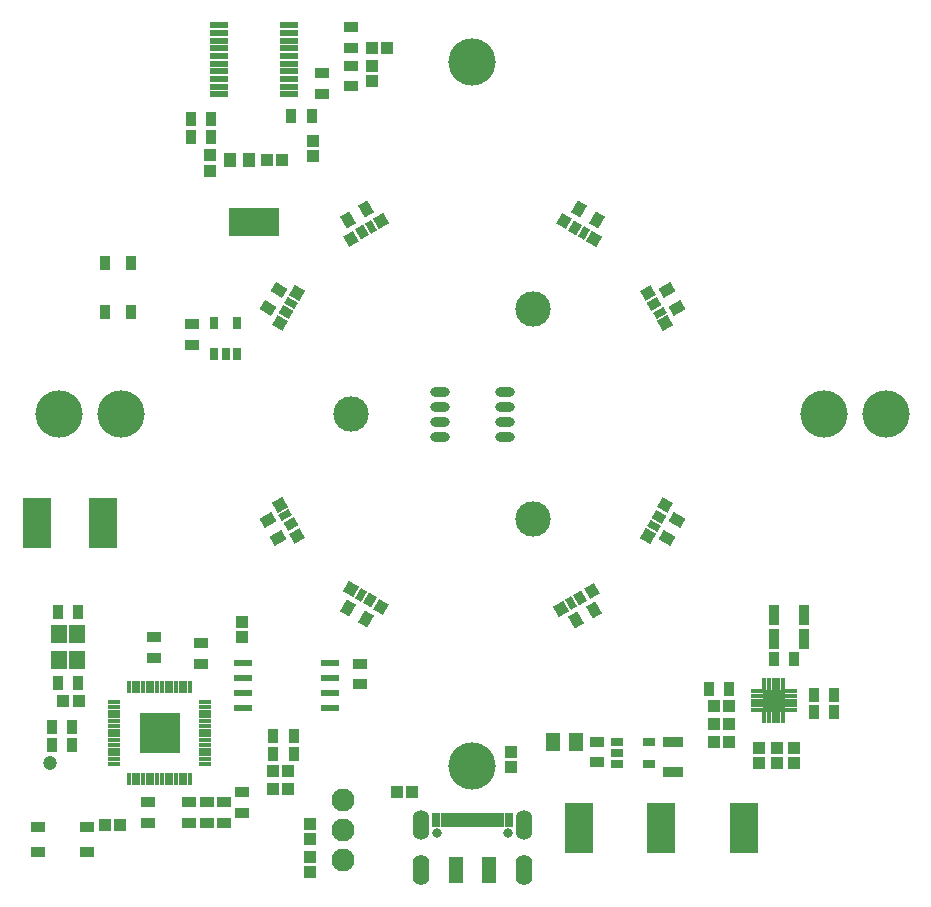
<source format=gts>
G04*
G04 #@! TF.GenerationSoftware,Altium Limited,Altium Designer,23.2.1 (34)*
G04*
G04 Layer_Color=8388736*
%FSLAX25Y25*%
%MOIN*%
G70*
G04*
G04 #@! TF.SameCoordinates,70F68BD7-EFF2-48EA-8D55-AD0B0ECCAA1F*
G04*
G04*
G04 #@! TF.FilePolarity,Negative*
G04*
G01*
G75*
%ADD30R,0.05956X0.02097*%
%ADD67R,0.04934X0.03359*%
%ADD68R,0.04737X0.08674*%
%ADD69R,0.01863X0.04737*%
%ADD70R,0.02847X0.04737*%
G04:AMPARAMS|DCode=71|XSize=37.53mil|YSize=39.5mil|CornerRadius=0mil|HoleSize=0mil|Usage=FLASHONLY|Rotation=120.000|XOffset=0mil|YOffset=0mil|HoleType=Round|Shape=Rectangle|*
%AMROTATEDRECTD71*
4,1,4,0.02648,-0.00638,-0.00772,-0.02612,-0.02648,0.00638,0.00772,0.02612,0.02648,-0.00638,0.0*
%
%ADD71ROTATEDRECTD71*%

G04:AMPARAMS|DCode=72|XSize=31.62mil|YSize=39.5mil|CornerRadius=0mil|HoleSize=0mil|Usage=FLASHONLY|Rotation=120.000|XOffset=0mil|YOffset=0mil|HoleType=Round|Shape=Rectangle|*
%AMROTATEDRECTD72*
4,1,4,0.02501,-0.00382,-0.00920,-0.02357,-0.02501,0.00382,0.00920,0.02357,0.02501,-0.00382,0.0*
%
%ADD72ROTATEDRECTD72*%

G04:AMPARAMS|DCode=73|XSize=23.75mil|YSize=39.5mil|CornerRadius=0mil|HoleSize=0mil|Usage=FLASHONLY|Rotation=120.000|XOffset=0mil|YOffset=0mil|HoleType=Round|Shape=Rectangle|*
%AMROTATEDRECTD73*
4,1,4,0.02304,-0.00041,-0.01116,-0.02016,-0.02304,0.00041,0.01116,0.02016,0.02304,-0.00041,0.0*
%
%ADD73ROTATEDRECTD73*%

%ADD74P,0.05586X4X165.0*%
G04:AMPARAMS|DCode=75|XSize=45.4mil|YSize=35.56mil|CornerRadius=0mil|HoleSize=0mil|Usage=FLASHONLY|Rotation=210.000|XOffset=0mil|YOffset=0mil|HoleType=Round|Shape=Rectangle|*
%AMROTATEDRECTD75*
4,1,4,0.01077,0.02675,0.02855,-0.00405,-0.01077,-0.02675,-0.02855,0.00405,0.01077,0.02675,0.0*
%
%ADD75ROTATEDRECTD75*%

%ADD76R,0.09658X0.16548*%
%ADD77R,0.03950X0.04147*%
%ADD78R,0.04147X0.03950*%
%ADD79R,0.03359X0.04934*%
%ADD80R,0.04540X0.03556*%
%ADD81C,0.04737*%
%ADD82R,0.03556X0.04540*%
%ADD83R,0.13398X0.13398*%
%ADD84R,0.04245X0.01587*%
%ADD85R,0.01587X0.04245*%
%ADD86R,0.05328X0.06312*%
%ADD87R,0.03753X0.06509*%
%ADD88O,0.06509X0.03162*%
G04:AMPARAMS|DCode=89|XSize=45.4mil|YSize=35.56mil|CornerRadius=0mil|HoleSize=0mil|Usage=FLASHONLY|Rotation=147.875|XOffset=0mil|YOffset=0mil|HoleType=Round|Shape=Rectangle|*
%AMROTATEDRECTD89*
4,1,4,0.02868,0.00299,0.00977,-0.02713,-0.02868,-0.00299,-0.00977,0.02713,0.02868,0.00299,0.0*
%
%ADD89ROTATEDRECTD89*%

%ADD90P,0.05586X4X105.0*%
G04:AMPARAMS|DCode=91|XSize=23.75mil|YSize=39.5mil|CornerRadius=0mil|HoleSize=0mil|Usage=FLASHONLY|Rotation=60.000|XOffset=0mil|YOffset=0mil|HoleType=Round|Shape=Rectangle|*
%AMROTATEDRECTD91*
4,1,4,0.01116,-0.02016,-0.02304,-0.00041,-0.01116,0.02016,0.02304,0.00041,0.01116,-0.02016,0.0*
%
%ADD91ROTATEDRECTD91*%

G04:AMPARAMS|DCode=92|XSize=31.62mil|YSize=39.5mil|CornerRadius=0mil|HoleSize=0mil|Usage=FLASHONLY|Rotation=60.000|XOffset=0mil|YOffset=0mil|HoleType=Round|Shape=Rectangle|*
%AMROTATEDRECTD92*
4,1,4,0.00920,-0.02357,-0.02501,-0.00382,-0.00920,0.02357,0.02501,0.00382,0.00920,-0.02357,0.0*
%
%ADD92ROTATEDRECTD92*%

G04:AMPARAMS|DCode=93|XSize=37.53mil|YSize=39.5mil|CornerRadius=0mil|HoleSize=0mil|Usage=FLASHONLY|Rotation=60.000|XOffset=0mil|YOffset=0mil|HoleType=Round|Shape=Rectangle|*
%AMROTATEDRECTD93*
4,1,4,0.00772,-0.02612,-0.02648,-0.00638,-0.00772,0.02612,0.02648,0.00638,0.00772,-0.02612,0.0*
%
%ADD93ROTATEDRECTD93*%

%ADD94R,0.03162X0.04343*%
%ADD95P,0.05586X4X195.0*%
G04:AMPARAMS|DCode=96|XSize=23.75mil|YSize=39.5mil|CornerRadius=0mil|HoleSize=0mil|Usage=FLASHONLY|Rotation=150.000|XOffset=0mil|YOffset=0mil|HoleType=Round|Shape=Rectangle|*
%AMROTATEDRECTD96*
4,1,4,0.02016,0.01116,0.00041,-0.02304,-0.02016,-0.01116,-0.00041,0.02304,0.02016,0.01116,0.0*
%
%ADD96ROTATEDRECTD96*%

G04:AMPARAMS|DCode=97|XSize=31.62mil|YSize=39.5mil|CornerRadius=0mil|HoleSize=0mil|Usage=FLASHONLY|Rotation=150.000|XOffset=0mil|YOffset=0mil|HoleType=Round|Shape=Rectangle|*
%AMROTATEDRECTD97*
4,1,4,0.02357,0.00920,0.00382,-0.02501,-0.02357,-0.00920,-0.00382,0.02501,0.02357,0.00920,0.0*
%
%ADD97ROTATEDRECTD97*%

G04:AMPARAMS|DCode=98|XSize=37.53mil|YSize=39.5mil|CornerRadius=0mil|HoleSize=0mil|Usage=FLASHONLY|Rotation=150.000|XOffset=0mil|YOffset=0mil|HoleType=Round|Shape=Rectangle|*
%AMROTATEDRECTD98*
4,1,4,0.02612,0.00772,0.00638,-0.02648,-0.02612,-0.00772,-0.00638,0.02648,0.02612,0.00772,0.0*
%
%ADD98ROTATEDRECTD98*%

%ADD99P,0.05586X4X255.0*%
G04:AMPARAMS|DCode=100|XSize=23.75mil|YSize=39.5mil|CornerRadius=0mil|HoleSize=0mil|Usage=FLASHONLY|Rotation=210.000|XOffset=0mil|YOffset=0mil|HoleType=Round|Shape=Rectangle|*
%AMROTATEDRECTD100*
4,1,4,0.00041,0.02304,0.02016,-0.01116,-0.00041,-0.02304,-0.02016,0.01116,0.00041,0.02304,0.0*
%
%ADD100ROTATEDRECTD100*%

G04:AMPARAMS|DCode=101|XSize=31.62mil|YSize=39.5mil|CornerRadius=0mil|HoleSize=0mil|Usage=FLASHONLY|Rotation=210.000|XOffset=0mil|YOffset=0mil|HoleType=Round|Shape=Rectangle|*
%AMROTATEDRECTD101*
4,1,4,0.00382,0.02501,0.02357,-0.00920,-0.00382,-0.02501,-0.02357,0.00920,0.00382,0.02501,0.0*
%
%ADD101ROTATEDRECTD101*%

G04:AMPARAMS|DCode=102|XSize=37.53mil|YSize=39.5mil|CornerRadius=0mil|HoleSize=0mil|Usage=FLASHONLY|Rotation=210.000|XOffset=0mil|YOffset=0mil|HoleType=Round|Shape=Rectangle|*
%AMROTATEDRECTD102*
4,1,4,0.00638,0.02648,0.02612,-0.00772,-0.00638,-0.02648,-0.02612,0.00772,0.00638,0.02648,0.0*
%
%ADD102ROTATEDRECTD102*%

%ADD103R,0.04225X0.04658*%
%ADD104R,0.06299X0.02362*%
G04:AMPARAMS|DCode=105|XSize=45.4mil|YSize=35.56mil|CornerRadius=0mil|HoleSize=0mil|Usage=FLASHONLY|Rotation=240.000|XOffset=0mil|YOffset=0mil|HoleType=Round|Shape=Rectangle|*
%AMROTATEDRECTD105*
4,1,4,-0.00405,0.02855,0.02675,0.01077,0.00405,-0.02855,-0.02675,-0.01077,-0.00405,0.02855,0.0*
%
%ADD105ROTATEDRECTD105*%

G04:AMPARAMS|DCode=106|XSize=45.4mil|YSize=35.56mil|CornerRadius=0mil|HoleSize=0mil|Usage=FLASHONLY|Rotation=300.000|XOffset=0mil|YOffset=0mil|HoleType=Round|Shape=Rectangle|*
%AMROTATEDRECTD106*
4,1,4,-0.02675,0.01077,0.00405,0.02855,0.02675,-0.01077,-0.00405,-0.02855,-0.02675,0.01077,0.0*
%
%ADD106ROTATEDRECTD106*%

G04:AMPARAMS|DCode=107|XSize=45.4mil|YSize=35.56mil|CornerRadius=0mil|HoleSize=0mil|Usage=FLASHONLY|Rotation=330.000|XOffset=0mil|YOffset=0mil|HoleType=Round|Shape=Rectangle|*
%AMROTATEDRECTD107*
4,1,4,-0.02855,-0.00405,-0.01077,0.02675,0.02855,0.00405,0.01077,-0.02675,-0.02855,-0.00405,0.0*
%
%ADD107ROTATEDRECTD107*%

%ADD108R,0.07493X0.07493*%
%ADD109R,0.01587X0.03950*%
%ADD110R,0.03950X0.01587*%
%ADD111R,0.04737X0.06312*%
%ADD112R,0.16548X0.09658*%
%ADD113R,0.04343X0.03162*%
%ADD114R,0.06509X0.03753*%
%ADD115C,0.03280*%
%ADD116O,0.05524X0.10249*%
%ADD117O,0.05359X0.09918*%
%ADD118C,0.11811*%
%ADD119C,0.15748*%
%ADD120C,0.07690*%
D30*
X-47658Y-83051D02*
D03*
Y-88051D02*
D03*
Y-93051D02*
D03*
Y-98051D02*
D03*
X-76358D02*
D03*
Y-93051D02*
D03*
Y-88051D02*
D03*
Y-83051D02*
D03*
D67*
X-128642Y-145965D02*
D03*
Y-137500D02*
D03*
X-144980Y-145965D02*
D03*
Y-137500D02*
D03*
D68*
X5512Y-151969D02*
D03*
X-5512D02*
D03*
D69*
X4921Y-135433D02*
D03*
X2953D02*
D03*
X984D02*
D03*
X-984D02*
D03*
X-2953D02*
D03*
X-4921D02*
D03*
X6890D02*
D03*
X-6890D02*
D03*
D70*
X9252D02*
D03*
X-9252D02*
D03*
X12205D02*
D03*
X-12205D02*
D03*
D71*
X-58434Y-40522D02*
D03*
X58434Y40522D02*
D03*
D72*
X-60648Y-36686D02*
D03*
X60648Y36686D02*
D03*
D73*
X-62381Y-33686D02*
D03*
X62381Y33686D02*
D03*
D74*
X-64310Y-30344D02*
D03*
X64310Y30344D02*
D03*
D75*
X-64764Y-41369D02*
D03*
X-68209Y-35402D02*
D03*
X68209Y35402D02*
D03*
X64764Y41369D02*
D03*
D76*
X-123031Y-36417D02*
D03*
X-145272Y-36362D02*
D03*
X90551Y-137795D02*
D03*
X35433D02*
D03*
X62992D02*
D03*
D77*
X-66535Y-125000D02*
D03*
X-61417D02*
D03*
X-66535Y-119095D02*
D03*
X-61417D02*
D03*
X-131299Y-95473D02*
D03*
X-136417D02*
D03*
X-117520Y-136811D02*
D03*
X-122638D02*
D03*
X-63386Y84646D02*
D03*
X-68504D02*
D03*
X-28346Y122047D02*
D03*
X-33465D02*
D03*
X80512Y-109252D02*
D03*
X85630D02*
D03*
X80512Y-103347D02*
D03*
X85630D02*
D03*
X80512Y-97441D02*
D03*
X85630D02*
D03*
X-25197Y-125984D02*
D03*
X-20079D02*
D03*
D78*
X-76772Y-69291D02*
D03*
Y-74409D02*
D03*
X101378Y-116339D02*
D03*
Y-111221D02*
D03*
X107283Y-116339D02*
D03*
Y-111221D02*
D03*
X95473Y-116339D02*
D03*
Y-111221D02*
D03*
X-87598Y86221D02*
D03*
Y81102D02*
D03*
X-33465Y116142D02*
D03*
Y111024D02*
D03*
X-53150Y91142D02*
D03*
Y86024D02*
D03*
X12795Y-112598D02*
D03*
Y-117717D02*
D03*
X-54134Y-136614D02*
D03*
Y-141732D02*
D03*
Y-152756D02*
D03*
Y-147638D02*
D03*
D79*
X-113878Y50492D02*
D03*
X-122343D02*
D03*
X-113878Y34154D02*
D03*
X-122343D02*
D03*
D80*
X-37402Y-90059D02*
D03*
Y-83169D02*
D03*
X-88583Y-129429D02*
D03*
Y-136319D02*
D03*
X-76772Y-132972D02*
D03*
Y-126083D02*
D03*
X-82677Y-129429D02*
D03*
Y-136319D02*
D03*
X-94488Y-129429D02*
D03*
Y-136319D02*
D03*
X-90551Y-83169D02*
D03*
Y-76279D02*
D03*
X-108268Y-136319D02*
D03*
Y-129429D02*
D03*
X-106299Y-81201D02*
D03*
Y-74311D02*
D03*
X-93504Y30020D02*
D03*
Y23130D02*
D03*
X-50197Y106791D02*
D03*
Y113681D02*
D03*
X-40354Y128937D02*
D03*
Y122047D02*
D03*
Y109252D02*
D03*
Y116142D02*
D03*
X41339Y-116043D02*
D03*
Y-109153D02*
D03*
D81*
X-140748Y-116142D02*
D03*
D82*
X-66437Y-113189D02*
D03*
X-59547D02*
D03*
X-66437Y-107283D02*
D03*
X-59547D02*
D03*
X-138287Y-89567D02*
D03*
X-131398D02*
D03*
Y-65945D02*
D03*
X-138287D02*
D03*
X-133366Y-104331D02*
D03*
X-140256D02*
D03*
X-133366Y-110236D02*
D03*
X-140256D02*
D03*
X107283Y-81693D02*
D03*
X100394D02*
D03*
X85630Y-91535D02*
D03*
X78740D02*
D03*
X-53642Y99410D02*
D03*
X-60532D02*
D03*
X-87106Y98425D02*
D03*
X-93996D02*
D03*
Y92520D02*
D03*
X-87106D02*
D03*
X120571Y-93504D02*
D03*
X113681D02*
D03*
X120571Y-99410D02*
D03*
X113681D02*
D03*
D83*
X-104331Y-106299D02*
D03*
D84*
X-89075Y-116535D02*
D03*
Y-114961D02*
D03*
Y-113386D02*
D03*
Y-111811D02*
D03*
Y-110236D02*
D03*
X-119587Y-116535D02*
D03*
Y-114961D02*
D03*
Y-113386D02*
D03*
Y-111811D02*
D03*
Y-110236D02*
D03*
Y-108661D02*
D03*
X-89075Y-108661D02*
D03*
Y-107087D02*
D03*
Y-105512D02*
D03*
Y-103937D02*
D03*
Y-102362D02*
D03*
Y-100787D02*
D03*
Y-99213D02*
D03*
Y-97638D02*
D03*
Y-96063D02*
D03*
X-119587Y-107087D02*
D03*
Y-105512D02*
D03*
Y-102362D02*
D03*
Y-100787D02*
D03*
Y-99213D02*
D03*
Y-97638D02*
D03*
Y-96063D02*
D03*
Y-103937D02*
D03*
D85*
X-94095Y-121555D02*
D03*
X-95669D02*
D03*
X-97244D02*
D03*
X-98819D02*
D03*
X-100394D02*
D03*
X-101969D02*
D03*
X-103543D02*
D03*
X-105118D02*
D03*
X-106693D02*
D03*
X-108268D02*
D03*
X-109843D02*
D03*
X-111417D02*
D03*
X-112992D02*
D03*
X-114567D02*
D03*
X-94095Y-91043D02*
D03*
X-95669D02*
D03*
X-97244D02*
D03*
X-98819D02*
D03*
X-100394D02*
D03*
X-101969D02*
D03*
X-103543D02*
D03*
X-105118D02*
D03*
X-106693D02*
D03*
X-108268D02*
D03*
X-109843D02*
D03*
X-111417D02*
D03*
X-112992D02*
D03*
X-114567D02*
D03*
D86*
X-137992Y-82087D02*
D03*
Y-73425D02*
D03*
X-131693D02*
D03*
Y-82087D02*
D03*
D87*
X100394Y-66929D02*
D03*
X110433D02*
D03*
X100394Y-74803D02*
D03*
X110433D02*
D03*
D88*
X-10728Y7500D02*
D03*
Y2500D02*
D03*
Y-2500D02*
D03*
Y-7500D02*
D03*
X10728Y7500D02*
D03*
Y2500D02*
D03*
Y-2500D02*
D03*
Y-7500D02*
D03*
D89*
X-68318Y35468D02*
D03*
X-64654Y41303D02*
D03*
D90*
X-58434Y40522D02*
D03*
X58434Y-40522D02*
D03*
D91*
X-60363Y37180D02*
D03*
X60363Y-37180D02*
D03*
D92*
X-62095Y34180D02*
D03*
X62095Y-34180D02*
D03*
D93*
X-64310Y30344D02*
D03*
X64310Y-30344D02*
D03*
D94*
X-86024Y19882D02*
D03*
X-82284D02*
D03*
X-78544D02*
D03*
Y30512D02*
D03*
X-86024D02*
D03*
D95*
X-40522Y-58434D02*
D03*
X40522Y58434D02*
D03*
D96*
X-37180Y-60363D02*
D03*
X37180Y60363D02*
D03*
D97*
X-34180Y-62095D02*
D03*
X34180Y62095D02*
D03*
D98*
X-30344Y-64310D02*
D03*
X30344Y64310D02*
D03*
D99*
X29492Y-64802D02*
D03*
X-30344Y64310D02*
D03*
D100*
X32833Y-62873D02*
D03*
X-33686Y62381D02*
D03*
D101*
X35834Y-61141D02*
D03*
X-36686Y60648D02*
D03*
D102*
X39669Y-58926D02*
D03*
X-40522Y58434D02*
D03*
D103*
X-74528Y84646D02*
D03*
X-80984D02*
D03*
D104*
X-61221Y106595D02*
D03*
Y109153D02*
D03*
Y111713D02*
D03*
Y114272D02*
D03*
Y116831D02*
D03*
Y119390D02*
D03*
Y121949D02*
D03*
Y124508D02*
D03*
Y127067D02*
D03*
Y129626D02*
D03*
X-84449Y106595D02*
D03*
Y109153D02*
D03*
Y111713D02*
D03*
Y114272D02*
D03*
Y116831D02*
D03*
Y119390D02*
D03*
Y121949D02*
D03*
Y124508D02*
D03*
Y127067D02*
D03*
Y129626D02*
D03*
D105*
X-41369Y-64764D02*
D03*
X-35402Y-68209D02*
D03*
X41369Y64764D02*
D03*
X35402Y68209D02*
D03*
D106*
X34550Y-68701D02*
D03*
X40517Y-65256D02*
D03*
X-35402Y68209D02*
D03*
X-41369Y64764D02*
D03*
D107*
X64764Y-41369D02*
D03*
X68209Y-35402D02*
D03*
D108*
X100394Y-95472D02*
D03*
D109*
X97244Y-89862D02*
D03*
X98819D02*
D03*
X100394D02*
D03*
X101969D02*
D03*
X103543D02*
D03*
Y-101083D02*
D03*
X101969D02*
D03*
X100394D02*
D03*
X98819D02*
D03*
X97244D02*
D03*
D110*
X106004Y-92323D02*
D03*
Y-93898D02*
D03*
Y-95472D02*
D03*
Y-97047D02*
D03*
Y-98622D02*
D03*
X94784D02*
D03*
Y-97047D02*
D03*
Y-95472D02*
D03*
Y-93898D02*
D03*
Y-92323D02*
D03*
D111*
X26969Y-109153D02*
D03*
X34449D02*
D03*
D112*
X-72835Y63976D02*
D03*
D113*
X58858Y-109153D02*
D03*
Y-116634D02*
D03*
X48228D02*
D03*
Y-112894D02*
D03*
Y-109153D02*
D03*
D114*
X66929D02*
D03*
Y-119193D02*
D03*
D115*
X11811Y-139764D02*
D03*
X-11811D02*
D03*
D116*
X17008Y-151969D02*
D03*
X-17008D02*
D03*
D117*
X17008Y-136909D02*
D03*
X-17008D02*
D03*
D118*
X20177Y-34949D02*
D03*
X20177Y34948D02*
D03*
X-40354Y-0D02*
D03*
D119*
X-0Y-117323D02*
D03*
X-137795Y-0D02*
D03*
X117323D02*
D03*
X-0Y117323D02*
D03*
X-117323Y-0D02*
D03*
X137795D02*
D03*
D120*
X-43307Y-148779D02*
D03*
Y-138779D02*
D03*
Y-128779D02*
D03*
M02*

</source>
